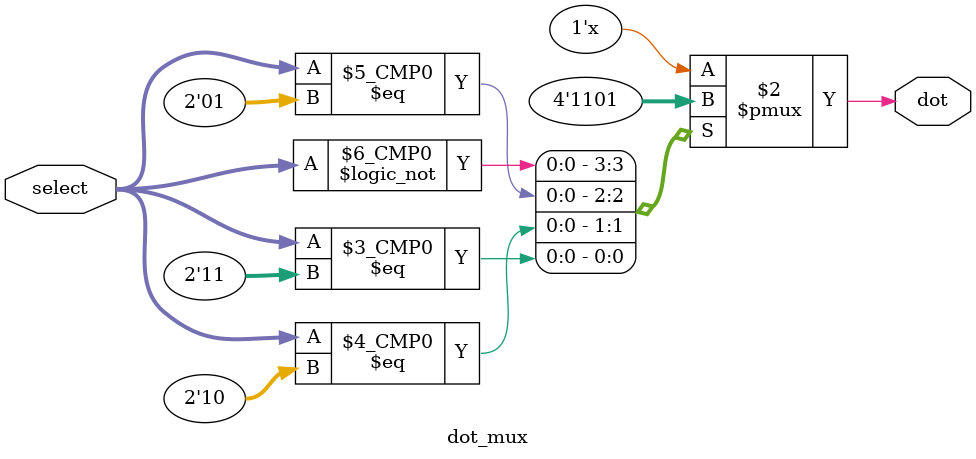
<source format=v>
`timescale 1ns / 1ps


module dot_mux(
        input   [1:0]   select,
        output  reg     dot
    );

    always@(*) begin
        case(select)
            2'b00: dot = 1;
            2'b01: dot = 1;
            2'b10: dot = 0;
            2'b11: dot = 1;
            default: dot = 1;
        endcase
    end
        
endmodule

</source>
